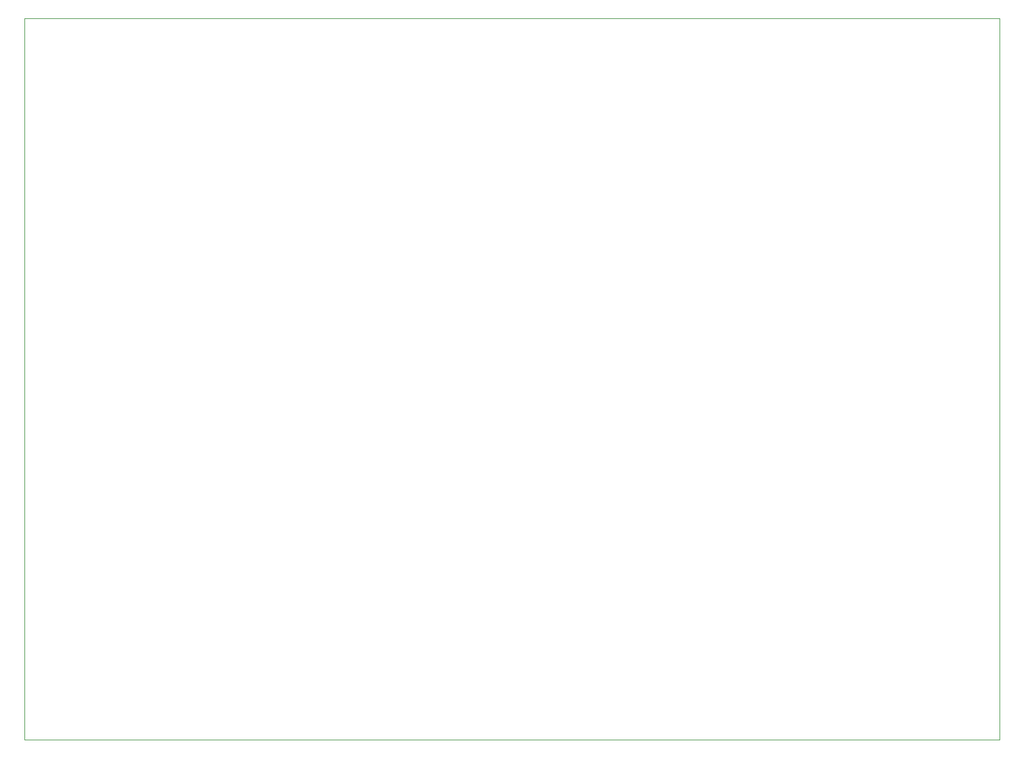
<source format=gbr>
G04 #@! TF.GenerationSoftware,KiCad,Pcbnew,(5.1.4)-1*
G04 #@! TF.CreationDate,2020-04-17T21:05:18+02:00*
G04 #@! TF.ProjectId,Aktorbaustein,416b746f-7262-4617-9573-7465696e2e6b,rev?*
G04 #@! TF.SameCoordinates,Original*
G04 #@! TF.FileFunction,Profile,NP*
%FSLAX46Y46*%
G04 Gerber Fmt 4.6, Leading zero omitted, Abs format (unit mm)*
G04 Created by KiCad (PCBNEW (5.1.4)-1) date 2020-04-17 21:05:18*
%MOMM*%
%LPD*%
G04 APERTURE LIST*
%ADD10C,0.050000*%
G04 APERTURE END LIST*
D10*
X52000000Y-40000000D02*
X52000000Y-140000000D01*
X187000000Y-40000000D02*
X52000000Y-40000000D01*
X187000000Y-140000000D02*
X187000000Y-40000000D01*
X52000000Y-140000000D02*
X187000000Y-140000000D01*
M02*

</source>
